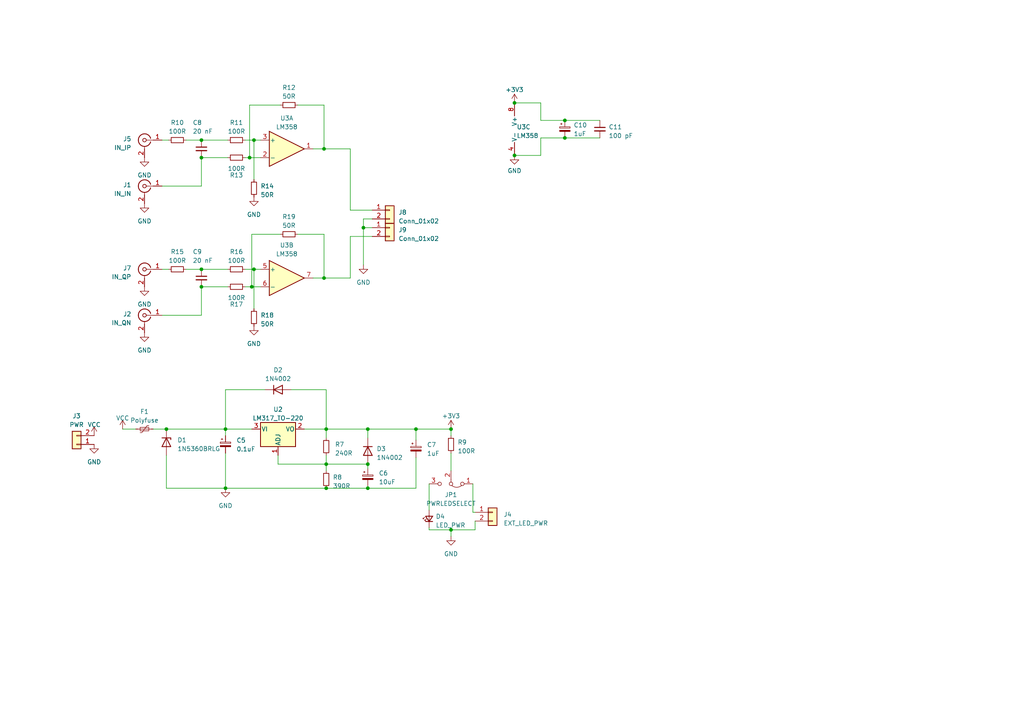
<source format=kicad_sch>
(kicad_sch (version 20230121) (generator eeschema)
  (paper "A4")
  (lib_symbols
    (symbol "Amplifier_Operational:LM358" (pin_names (offset 0.127))
      (property "Reference" "U" (at 0 5.08 0))
      (property "Value" "LM358" (at 0 -5.08 0))
      (symbol "LM358_1_1"
        (polyline (pts (xy -5.08 5.08) (xy 5.08 0) (xy -5.08 -5.08) (xy -5.08 5.08)) (stroke (width 0.254)) (fill (type background)))
        (pin output line (at 7.62 0 180) (length 2.54) (name "~") (number "1"))
        (pin input line (at -7.62 -2.54 0) (length 2.54) (name "-") (number "2"))
        (pin input line (at -7.62 2.54 0) (length 2.54) (name "+") (number "3"))
      )
      (symbol "LM358_2_1"
        (polyline (pts (xy -5.08 5.08) (xy 5.08 0) (xy -5.08 -5.08) (xy -5.08 5.08)) (stroke (width 0.254)) (fill (type background)))
        (pin input line (at -7.62 2.54 0) (length 2.54) (name "+") (number "5"))
        (pin input line (at -7.62 -2.54 0) (length 2.54) (name "-") (number "6"))
        (pin output line (at 7.62 0 180) (length 2.54) (name "~") (number "7"))
      )
      (symbol "LM358_3_1"
        (pin power_in line (at -2.54 -7.62 90) (length 3.81) (name "V-") (number "4"))
        (pin power_in line (at -2.54 7.62 270) (length 3.81) (name "V+") (number "8"))
      )
    )
    (symbol "Connector:Conn_Coaxial" (pin_names (offset 1.016) hide)
      (property "Reference" "J" (at 0.254 3.048 0))
      (property "Value" "Conn_Coaxial" (at 2.921 0 90))
      (symbol "Conn_Coaxial_0_1"
        (arc (start -1.778 -0.508) (mid 0.2311 -1.8066) (end 1.778 0) (stroke (width 0.254)))
        (polyline (pts (xy -2.54 0) (xy -0.508 0)))
        (polyline (pts (xy 0 -2.54) (xy 0 -1.778)))
        (circle (center 0 0) (radius 0.508) (stroke (width 0.2032)))
        (arc (start 1.778 0) (mid 0.2099 1.8101) (end -1.778 0.508) (stroke (width 0.254)))
      )
      (symbol "Conn_Coaxial_1_1"
        (pin passive line (at -5.08 0 0) (length 2.54) (name "In") (number "1"))
        (pin passive line (at 0 -5.08 90) (length 2.54) (name "Ext") (number "2"))
      )
    )
    (symbol "Connector_Generic:Conn_01x02" (pin_names (offset 1.016) hide)
      (property "Reference" "J" (at 0 2.54 0))
      (property "Value" "Conn_01x02" (at 0 -5.08 0))
      (symbol "Conn_01x02_1_1"
        (rectangle (start -1.27 -2.413) (end 0 -2.667) (stroke (width 0.1524)))
        (rectangle (start -1.27 0.127) (end 0 -0.127) (stroke (width 0.1524)))
        (rectangle (start -1.27 1.27) (end 1.27 -3.81) (stroke (width 0.254)) (fill (type background)))
        (pin passive line (at -5.08 0 0) (length 3.81) (name "Pin_1") (number "1"))
        (pin passive line (at -5.08 -2.54 0) (length 3.81) (name "Pin_2") (number "2"))
      )
    )
    (symbol "Device:C_Polarized_Small" (pin_numbers hide) (pin_names (offset 0.254) hide)
      (property "Reference" "C" (at 0.254 1.778 0))
      (property "Value" "C_Polarized_Small" (at 0.254 -2.032 0))
      (symbol "C_Polarized_Small_0_1"
        (rectangle (start -1.524 -0.3048) (end 1.524 -0.6858) (fill (type outline)))
        (rectangle (start -1.524 0.6858) (end 1.524 0.3048))
        (polyline (pts (xy -1.27 1.524) (xy -0.762 1.524)))
        (polyline (pts (xy -1.016 1.27) (xy -1.016 1.778)))
      )
      (symbol "C_Polarized_Small_1_1"
        (pin passive line (at 0 2.54 270) (length 1.8542) (name "~") (number "1"))
        (pin passive line (at 0 -2.54 90) (length 1.8542) (name "~") (number "2"))
      )
    )
    (symbol "Device:C_Small" (pin_numbers hide) (pin_names (offset 0.254) hide)
      (property "Reference" "C" (at 0.254 1.778 0))
      (property "Value" "C_Small" (at 0.254 -2.032 0))
      (symbol "C_Small_0_1"
        (polyline (pts (xy -1.524 -0.508) (xy 1.524 -0.508)) (stroke (width 0.3302)))
        (polyline (pts (xy -1.524 0.508) (xy 1.524 0.508)) (stroke (width 0.3048)))
      )
      (symbol "C_Small_1_1"
        (pin passive line (at 0 2.54 270) (length 2.032) (name "~") (number "1"))
        (pin passive line (at 0 -2.54 90) (length 2.032) (name "~") (number "2"))
      )
    )
    (symbol "Device:D_Zener" (pin_numbers hide) (pin_names (offset 1.016) hide)
      (property "Reference" "D" (at 0 2.54 0))
      (property "Value" "D_Zener" (at 0 -2.54 0))
      (symbol "D_Zener_0_1"
        (polyline (pts (xy 1.27 0) (xy -1.27 0)))
        (polyline (pts (xy -1.27 -1.27) (xy -1.27 1.27) (xy -0.762 1.27)) (stroke (width 0.254)))
        (polyline (pts (xy 1.27 -1.27) (xy 1.27 1.27) (xy -1.27 0) (xy 1.27 -1.27)) (stroke (width 0.254)))
      )
      (symbol "D_Zener_1_1"
        (pin passive line (at -3.81 0 0) (length 2.54) (name "K") (number "1"))
        (pin passive line (at 3.81 0 180) (length 2.54) (name "A") (number "2"))
      )
    )
    (symbol "Device:LED_Small" (pin_numbers hide) (pin_names (offset 0.254) hide)
      (property "Reference" "D" (at -1.27 3.175 0))
      (property "Value" "LED_Small" (at -4.445 -2.54 0))
      (symbol "LED_Small_0_1"
        (polyline (pts (xy -0.762 -1.016) (xy -0.762 1.016)) (stroke (width 0.254)))
        (polyline (pts (xy 1.016 0) (xy -0.762 0)))
        (polyline (pts (xy 0.762 -1.016) (xy -0.762 0) (xy 0.762 1.016) (xy 0.762 -1.016)) (stroke (width 0.254)))
        (polyline (pts (xy 0 0.762) (xy -0.508 1.27) (xy -0.254 1.27) (xy -0.508 1.27) (xy -0.508 1.016)))
        (polyline (pts (xy 0.508 1.27) (xy 0 1.778) (xy 0.254 1.778) (xy 0 1.778) (xy 0 1.524)))
      )
      (symbol "LED_Small_1_1"
        (pin passive line (at -2.54 0 0) (length 1.778) (name "K") (number "1"))
        (pin passive line (at 2.54 0 180) (length 1.778) (name "A") (number "2"))
      )
    )
    (symbol "Device:Polyfuse_Small" (pin_numbers hide) (pin_names (offset 0))
      (property "Reference" "F" (at -1.905 0 90))
      (property "Value" "Polyfuse_Small" (at 1.905 0 90))
      (symbol "Polyfuse_Small_0_1"
        (rectangle (start -0.508 1.27) (end 0.508 -1.27))
        (polyline (pts (xy 0 2.54) (xy 0 -2.54)))
        (polyline (pts (xy -1.016 1.27) (xy -1.016 0.762) (xy 1.016 -0.762) (xy 1.016 -1.27)))
      )
      (symbol "Polyfuse_Small_1_1"
        (pin passive line (at 0 2.54 270) (length 0.635) (name "~") (number "1"))
        (pin passive line (at 0 -2.54 90) (length 0.635) (name "~") (number "2"))
      )
    )
    (symbol "Device:R_Small" (pin_numbers hide) (pin_names (offset 0.254) hide)
      (property "Reference" "R" (at 0.762 0.508 0))
      (property "Value" "R_Small" (at 0.762 -1.016 0))
      (symbol "R_Small_0_1"
        (rectangle (start -0.762 1.778) (end 0.762 -1.778) (stroke (width 0.2032)))
      )
      (symbol "R_Small_1_1"
        (pin passive line (at 0 2.54 270) (length 0.762) (name "~") (number "1"))
        (pin passive line (at 0 -2.54 90) (length 0.762) (name "~") (number "2"))
      )
    )
    (symbol "Diode:1N4002" (pin_numbers hide) (pin_names hide)
      (property "Reference" "D" (at 0 2.54 0))
      (property "Value" "1N4002" (at 0 -2.54 0))
      (symbol "1N4002_0_1"
        (polyline (pts (xy -1.27 1.27) (xy -1.27 -1.27)) (stroke (width 0.254)))
        (polyline (pts (xy 1.27 0) (xy -1.27 0)))
        (polyline (pts (xy 1.27 1.27) (xy 1.27 -1.27) (xy -1.27 0) (xy 1.27 1.27)) (stroke (width 0.254)))
      )
      (symbol "1N4002_1_1"
        (pin passive line (at -3.81 0 0) (length 2.54) (name "K") (number "1"))
        (pin passive line (at 3.81 0 180) (length 2.54) (name "A") (number "2"))
      )
    )
    (symbol "Jumper:Jumper_3_Bridged12" (pin_names (offset 0) hide)
      (property "Reference" "JP" (at -2.54 -2.54 0))
      (property "Value" "Jumper_3_Bridged12" (at 0 2.794 0))
      (symbol "Jumper_3_Bridged12_0_0"
        (circle (center -3.302 0) (radius 0.508))
        (circle (center 0 0) (radius 0.508))
        (circle (center 3.302 0) (radius 0.508))
      )
      (symbol "Jumper_3_Bridged12_0_1"
        (arc (start -0.254 0.508) (mid -1.651 0.9912) (end -3.048 0.508))
        (polyline (pts (xy 0 -1.27) (xy 0 -0.508)))
      )
      (symbol "Jumper_3_Bridged12_1_1"
        (pin passive line (at -6.35 0 0) (length 2.54) (name "A") (number "1"))
        (pin passive line (at 0 -3.81 90) (length 2.54) (name "C") (number "2"))
        (pin passive line (at 6.35 0 180) (length 2.54) (name "B") (number "3"))
      )
    )
    (symbol "Regulator_Linear:LM317_TO-220" (pin_names (offset 0.254))
      (property "Reference" "U" (at -3.81 3.175 0))
      (property "Value" "LM317_TO-220" (at 0 3.175 0))
      (symbol "LM317_TO-220_0_1"
        (rectangle (start -5.08 1.905) (end 5.08 -5.08) (stroke (width 0.254)) (fill (type background)))
      )
      (symbol "LM317_TO-220_1_1"
        (pin input line (at 0 -7.62 90) (length 2.54) (name "ADJ") (number "1"))
        (pin power_out line (at 7.62 0 180) (length 2.54) (name "VO") (number "2"))
        (pin power_in line (at -7.62 0 0) (length 2.54) (name "VI") (number "3"))
      )
    )
    (symbol "power:+3V3" (power) (pin_names (offset 0))
      (property "Value" "+3V3" (at 0 3.556 0))
      (symbol "+3V3_0_1"
        (polyline (pts (xy -0.762 1.27) (xy 0 2.54)))
        (polyline (pts (xy 0 0) (xy 0 2.54)))
        (polyline (pts (xy 0 2.54) (xy 0.762 1.27)))
      )
      (symbol "+3V3_1_1"
        (pin power_in line (at 0 0 90) (length 0) hide (name "+3V3") (number "1"))
      )
    )
    (symbol "power:GND" (power) (pin_names (offset 0))
      (property "Value" "GND" (at 0 -3.81 0))
      (symbol "GND_0_1"
        (polyline (pts (xy 0 0) (xy 0 -1.27) (xy 1.27 -1.27) (xy 0 -2.54) (xy -1.27 -1.27) (xy 0 -1.27)))
      )
      (symbol "GND_1_1"
        (pin power_in line (at 0 0 270) (length 0) hide (name "GND") (number "1"))
      )
    )
    (symbol "power:VCC" (power) (pin_names (offset 0))
      (property "Value" "VCC" (at 0 3.81 0))
      (symbol "VCC_0_1"
        (polyline (pts (xy -0.762 1.27) (xy 0 2.54)))
        (polyline (pts (xy 0 0) (xy 0 2.54)))
        (polyline (pts (xy 0 2.54) (xy 0.762 1.27)))
      )
      (symbol "VCC_1_1"
        (pin power_in line (at 0 0 90) (length 0) hide (name "VCC") (number "1"))
      )
    )
  )
  (junction (at 105.41 66.04))
  (junction (at 149.225 29.845))
  (junction (at 58.42 78.105))
  (junction (at 130.81 124.46))
  (junction (at 94.615 134.62))
  (junction (at 93.98 80.645))
  (junction (at 73.66 40.64))
  (junction (at 106.68 134.62))
  (junction (at 120.65 124.46))
  (junction (at 94.615 124.46))
  (junction (at 58.42 83.185))
  (junction (at 94.615 141.605))
  (junction (at 106.68 141.605))
  (junction (at 48.26 124.46))
  (junction (at 149.225 45.085))
  (junction (at 58.42 45.72))
  (junction (at 65.405 141.605))
  (junction (at 65.405 124.46))
  (junction (at 106.68 124.46))
  (junction (at 73.025 83.185))
  (junction (at 163.83 40.005))
  (junction (at 58.42 40.64))
  (junction (at 93.98 43.18))
  (junction (at 130.81 153.67))
  (junction (at 72.39 45.72))
  (junction (at 163.83 34.925))
  (junction (at 73.66 78.105))
  (wire (pts (xy 173.99 40.005) (xy 163.83 40.005)))
  (wire (pts (xy 156.845 34.925) (xy 156.845 29.845)))
  (wire (pts (xy 163.83 34.925) (xy 156.845 34.925)))
  (wire (pts (xy 94.615 134.62) (xy 106.68 134.62)))
  (wire (pts (xy 48.26 124.46) (xy 65.405 124.46)))
  (wire (pts (xy 137.795 151.13) (xy 137.795 153.67)))
  (wire (pts (xy 46.99 78.105) (xy 48.895 78.105)))
  (wire (pts (xy 156.845 45.085) (xy 156.845 40.005)))
  (wire (pts (xy 71.12 83.185) (xy 73.025 83.185)))
  (wire (pts (xy 86.36 30.48) (xy 93.98 30.48)))
  (wire (pts (xy 163.83 40.005) (xy 156.845 40.005)))
  (wire (pts (xy 106.68 124.46) (xy 106.68 127)))
  (wire (pts (xy 58.42 83.185) (xy 66.04 83.185)))
  (wire (pts (xy 94.615 134.62) (xy 94.615 136.525)))
  (wire (pts (xy 124.46 140.335) (xy 124.46 147.955)))
  (wire (pts (xy 120.65 132.715) (xy 120.65 141.605)))
  (wire (pts (xy 93.98 30.48) (xy 93.98 43.18)))
  (wire (pts (xy 72.39 30.48) (xy 81.28 30.48)))
  (wire (pts (xy 88.265 124.46) (xy 94.615 124.46)))
  (wire (pts (xy 101.6 68.58) (xy 101.6 80.645)))
  (wire (pts (xy 130.81 153.67) (xy 124.46 153.67)))
  (wire (pts (xy 58.42 53.975) (xy 58.42 45.72)))
  (wire (pts (xy 71.12 78.105) (xy 73.66 78.105)))
  (wire (pts (xy 105.41 63.5) (xy 105.41 66.04)))
  (wire (pts (xy 94.615 113.03) (xy 84.455 113.03)))
  (wire (pts (xy 130.81 153.67) (xy 130.81 155.575)))
  (wire (pts (xy 90.805 80.645) (xy 93.98 80.645)))
  (wire (pts (xy 46.99 91.44) (xy 58.42 91.44)))
  (wire (pts (xy 48.26 141.605) (xy 48.26 132.08)))
  (wire (pts (xy 105.41 66.04) (xy 105.41 76.835)))
  (wire (pts (xy 94.615 124.46) (xy 94.615 113.03)))
  (wire (pts (xy 73.66 78.105) (xy 75.565 78.105)))
  (wire (pts (xy 93.98 67.945) (xy 93.98 80.645)))
  (wire (pts (xy 106.68 140.97) (xy 106.68 141.605)))
  (wire (pts (xy 65.405 141.605) (xy 48.26 141.605)))
  (wire (pts (xy 130.81 124.46) (xy 130.81 126.365)))
  (wire (pts (xy 106.68 134.62) (xy 106.68 135.89)))
  (wire (pts (xy 73.66 78.105) (xy 73.66 89.535)))
  (wire (pts (xy 71.12 40.64) (xy 73.66 40.64)))
  (wire (pts (xy 106.68 141.605) (xy 94.615 141.605)))
  (wire (pts (xy 71.12 45.72) (xy 72.39 45.72)))
  (wire (pts (xy 149.225 45.085) (xy 156.845 45.085)))
  (wire (pts (xy 106.68 124.46) (xy 120.65 124.46)))
  (wire (pts (xy 46.99 53.975) (xy 58.42 53.975)))
  (wire (pts (xy 44.45 124.46) (xy 48.26 124.46)))
  (wire (pts (xy 65.405 113.03) (xy 65.405 124.46)))
  (wire (pts (xy 58.42 91.44) (xy 58.42 83.185)))
  (wire (pts (xy 90.805 43.18) (xy 93.98 43.18)))
  (wire (pts (xy 137.795 153.67) (xy 130.81 153.67)))
  (wire (pts (xy 58.42 45.72) (xy 66.04 45.72)))
  (wire (pts (xy 76.835 113.03) (xy 65.405 113.03)))
  (wire (pts (xy 65.405 126.365) (xy 65.405 124.46)))
  (wire (pts (xy 105.41 66.04) (xy 107.95 66.04)))
  (wire (pts (xy 73.025 67.945) (xy 73.025 83.185)))
  (wire (pts (xy 137.16 140.335) (xy 137.16 148.59)))
  (wire (pts (xy 65.405 141.605) (xy 65.405 131.445)))
  (wire (pts (xy 80.645 134.62) (xy 94.615 134.62)))
  (wire (pts (xy 94.615 124.46) (xy 94.615 127)))
  (wire (pts (xy 86.36 67.945) (xy 93.98 67.945)))
  (wire (pts (xy 93.98 43.18) (xy 101.6 43.18)))
  (wire (pts (xy 58.42 78.105) (xy 66.04 78.105)))
  (wire (pts (xy 137.795 148.59) (xy 137.16 148.59)))
  (wire (pts (xy 72.39 45.72) (xy 75.565 45.72)))
  (wire (pts (xy 156.845 29.845) (xy 149.225 29.845)))
  (wire (pts (xy 53.975 40.64) (xy 58.42 40.64)))
  (wire (pts (xy 120.65 124.46) (xy 130.81 124.46)))
  (wire (pts (xy 107.95 68.58) (xy 101.6 68.58)))
  (wire (pts (xy 73.66 40.64) (xy 73.66 52.07)))
  (wire (pts (xy 106.68 141.605) (xy 120.65 141.605)))
  (wire (pts (xy 120.65 124.46) (xy 120.65 127.635)))
  (wire (pts (xy 65.405 124.46) (xy 73.025 124.46)))
  (wire (pts (xy 53.975 78.105) (xy 58.42 78.105)))
  (wire (pts (xy 93.98 80.645) (xy 101.6 80.645)))
  (wire (pts (xy 73.025 67.945) (xy 81.28 67.945)))
  (wire (pts (xy 107.95 63.5) (xy 105.41 63.5)))
  (wire (pts (xy 101.6 43.18) (xy 101.6 60.96)))
  (wire (pts (xy 94.615 124.46) (xy 106.68 124.46)))
  (wire (pts (xy 73.66 40.64) (xy 75.565 40.64)))
  (wire (pts (xy 101.6 60.96) (xy 107.95 60.96)))
  (wire (pts (xy 46.99 40.64) (xy 48.895 40.64)))
  (wire (pts (xy 73.025 83.185) (xy 75.565 83.185)))
  (wire (pts (xy 94.615 141.605) (xy 65.405 141.605)))
  (wire (pts (xy 80.645 132.08) (xy 80.645 134.62)))
  (wire (pts (xy 72.39 30.48) (xy 72.39 45.72)))
  (wire (pts (xy 124.46 153.67) (xy 124.46 153.035)))
  (wire (pts (xy 173.99 34.925) (xy 163.83 34.925)))
  (wire (pts (xy 130.81 131.445) (xy 130.81 136.525)))
  (wire (pts (xy 35.56 124.46) (xy 39.37 124.46)))
  (wire (pts (xy 58.42 40.64) (xy 66.04 40.64)))
  (wire (pts (xy 94.615 132.08) (xy 94.615 134.62)))
  (symbol (lib_id "Regulator_Linear:LM317_TO-220") (at 80.645 124.46 0) (unit 1)
    (property "Reference" "U2" (at 80.645 118.745 0))
    (property "Value" "LM317_TO-220" (at 80.645 121.285 0))
    (property "Footprint" "Package_TO_SOT_THT:TO-220-3_Vertical" (effects hide))
    (property "Datasheet" "http://www.ti.com/lit/ds/symlink/lm317.pdf" (effects hide))
  )
  (symbol (lib_id "power:GND") (at 41.91 83.185 0) (unit 1)
    (property "Reference" "#PWR04" (effects hide))
    (property "Value" "GND" (at 41.91 88.265 0))
  )
  (symbol (lib_id "power:+3V3") (at 130.81 124.46 0) (unit 1)
    (property "Reference" "#PWR010" (effects hide))
    (property "Value" "+3V3" (at 130.81 120.65 0))
  )
  (symbol (lib_id "Device:C_Small") (at 173.99 37.465 0) (unit 1)
    (property "Reference" "C11" (at 176.53 36.8363 0) (effects (justify left)))
    (property "Value" "100 pF" (at 176.53 39.3763 0) (effects (justify left)))
    (property "Footprint" "Capacitor_SMD:C_0805_2012Metric" (effects hide))
  )
  (symbol (lib_id "Connector:Conn_Coaxial") (at 41.91 91.44 0) (mirror y) (unit 1)
    (property "Reference" "J2" (at 38.1 91.0982 0) (effects (justify left)))
    (property "Value" "IN_QN" (at 38.1 93.6382 0) (effects (justify left)))
    (property "Footprint" "Connector_Coaxial:SMA_Amphenol_901-143_Horizontal" (effects hide))
    (property "Datasheet" " ~" (effects hide))
  )
  (symbol (lib_id "Device:R_Small") (at 83.82 67.945 90) (unit 1)
    (property "Reference" "R19" (at 83.82 62.865 90))
    (property "Value" "50R" (at 83.82 65.405 90))
    (property "Footprint" "Resistor_SMD:R_0805_2012Metric" (effects hide))
  )
  (symbol (lib_id "power:GND") (at 73.66 57.15 0) (unit 1)
    (property "Reference" "#PWR012" (effects hide))
    (property "Value" "GND" (at 73.66 62.23 0))
  )
  (symbol (lib_id "power:GND") (at 73.66 94.615 0) (unit 1)
    (property "Reference" "#PWR013" (effects hide))
    (property "Value" "GND" (at 73.66 99.695 0))
  )
  (symbol (lib_id "Device:R_Small") (at 51.435 40.64 90) (unit 1)
    (property "Reference" "R10" (at 51.435 35.56 90))
    (property "Value" "100R" (at 51.435 38.1 90))
    (property "Footprint" "Resistor_SMD:R_0805_2012Metric" (effects hide))
  )
  (symbol (lib_id "Device:R_Small") (at 68.58 83.185 270) (unit 1)
    (property "Reference" "R17" (at 68.58 88.265 90))
    (property "Value" "100R" (at 68.58 86.36 90))
    (property "Footprint" "Resistor_SMD:R_0805_2012Metric" (effects hide))
  )
  (symbol (lib_id "Jumper:Jumper_3_Bridged12") (at 130.81 140.335 180) (unit 1)
    (property "Reference" "JP1" (at 130.81 143.51 0))
    (property "Value" "PWRLEDSELECT" (at 130.81 146.05 0))
    (property "Footprint" "Connector_PinHeader_2.54mm:PinHeader_1x03_P2.54mm_Vertical" (effects hide))
  )
  (symbol (lib_id "Connector_Generic:Conn_01x02") (at 113.03 60.96 0) (unit 1)
    (property "Reference" "J8" (at 115.57 61.595 0) (effects (justify left)))
    (property "Value" "Conn_01x02" (at 115.57 64.135 0) (effects (justify left)))
    (property "Footprint" "Connector_PinHeader_2.54mm:PinHeader_1x02_P2.54mm_Vertical" (effects hide))
  )
  (symbol (lib_id "power:VCC") (at 27.305 126.365 0) (unit 1)
    (property "Reference" "#PWR06" (effects hide))
    (property "Value" "VCC" (at 27.305 123.19 0))
  )
  (symbol (lib_id "Connector_Generic:Conn_01x02") (at 142.875 148.59 0) (unit 1)
    (property "Reference" "J4" (at 146.05 149.225 0) (effects (justify left)))
    (property "Value" "EXT_LED_PWR" (at 146.05 151.765 0) (effects (justify left)))
    (property "Footprint" "Connector_PinHeader_2.54mm:PinHeader_1x02_P2.54mm_Vertical" (effects hide))
  )
  (symbol (lib_id "Diode:1N4002") (at 80.645 113.03 0) (unit 1)
    (property "Reference" "D2" (at 80.645 107.315 0))
    (property "Value" "1N4002" (at 80.645 109.855 0))
    (property "Footprint" "Diode_THT:D_DO-41_SOD81_P10.16mm_Horizontal" (effects hide))
    (property "Datasheet" "http://www.vishay.com/docs/88503/1n4001.pdf" (effects hide))
    (property "Sim.Device" "D" (effects hide))
    (property "Sim.Pins" "1=K 2=A" (effects hide))
  )
  (symbol (lib_id "power:+3V3") (at 149.225 29.845 0) (unit 1)
    (property "Reference" "#PWR015" (effects hide))
    (property "Value" "+3V3" (at 149.225 26.035 0))
  )
  (symbol (lib_id "power:GND") (at 41.91 59.055 0) (unit 1)
    (property "Reference" "#PWR03" (effects hide))
    (property "Value" "GND" (at 41.91 64.135 0))
  )
  (symbol (lib_id "Connector:Conn_Coaxial") (at 41.91 78.105 0) (mirror y) (unit 1)
    (property "Reference" "J7" (at 38.1 77.7632 0) (effects (justify left)))
    (property "Value" "IN_QP" (at 38.1 80.3032 0) (effects (justify left)))
    (property "Footprint" "Connector_Coaxial:SMA_Amphenol_901-143_Horizontal" (effects hide))
    (property "Datasheet" " ~" (effects hide))
  )
  (symbol (lib_id "Connector_Generic:Conn_01x02") (at 22.225 128.905 180) (unit 1)
    (property "Reference" "J3" (at 22.225 120.65 0))
    (property "Value" "PWR" (at 22.225 123.19 0))
    (property "Footprint" "Connector_PinHeader_2.54mm:PinHeader_1x02_P2.54mm_Vertical" (effects hide))
  )
  (symbol (lib_id "Device:R_Small") (at 68.58 40.64 90) (unit 1)
    (property "Reference" "R11" (at 68.58 35.56 90))
    (property "Value" "100R" (at 68.58 38.1 90))
    (property "Footprint" "Resistor_SMD:R_0805_2012Metric" (effects hide))
  )
  (symbol (lib_id "Device:R_Small") (at 68.58 78.105 90) (unit 1)
    (property "Reference" "R16" (at 68.58 73.025 90))
    (property "Value" "100R" (at 68.58 75.565 90))
    (property "Footprint" "Resistor_SMD:R_0805_2012Metric" (effects hide))
  )
  (symbol (lib_id "Device:C_Polarized_Small") (at 120.65 130.175 0) (unit 1)
    (property "Reference" "C7" (at 123.825 128.9939 0) (effects (justify left)))
    (property "Value" "1uF" (at 123.825 131.5339 0) (effects (justify left)))
    (property "Footprint" "Capacitor_SMD:C_0805_2012Metric" (effects hide))
  )
  (symbol (lib_id "Device:LED_Small") (at 124.46 150.495 90) (unit 1)
    (property "Reference" "D4" (at 126.365 149.7965 90) (effects (justify right)))
    (property "Value" "LED_PWR" (at 126.365 152.3365 90) (effects (justify right)))
    (property "Footprint" "LED_SMD:LED_0805_2012Metric" (effects hide))
  )
  (symbol (lib_id "Device:R_Small") (at 68.58 45.72 270) (unit 1)
    (property "Reference" "R13" (at 68.58 50.8 90))
    (property "Value" "100R" (at 68.58 48.895 90))
    (property "Footprint" "Resistor_SMD:R_0805_2012Metric" (effects hide))
  )
  (symbol (lib_id "power:GND") (at 130.81 155.575 0) (unit 1)
    (property "Reference" "#PWR011" (effects hide))
    (property "Value" "GND" (at 130.81 160.655 0))
  )
  (symbol (lib_id "Device:C_Polarized_Small") (at 65.405 128.905 0) (unit 1)
    (property "Reference" "C5" (at 68.58 127.7239 0) (effects (justify left)))
    (property "Value" "0.1uF" (at 68.58 130.2639 0) (effects (justify left)))
    (property "Footprint" "Capacitor_SMD:C_0805_2012Metric" (effects hide))
  )
  (symbol (lib_id "power:GND") (at 41.91 96.52 0) (unit 1)
    (property "Reference" "#PWR05" (effects hide))
    (property "Value" "GND" (at 41.91 101.6 0))
  )
  (symbol (lib_id "Device:R_Small") (at 73.66 92.075 180) (unit 1)
    (property "Reference" "R18" (at 75.565 91.44 0) (effects (justify right)))
    (property "Value" "50R" (at 75.565 93.98 0) (effects (justify right)))
    (property "Footprint" "Resistor_SMD:R_0805_2012Metric" (effects hide))
  )
  (symbol (lib_id "power:GND") (at 65.405 141.605 0) (unit 1)
    (property "Reference" "#PWR09" (effects hide))
    (property "Value" "GND" (at 65.405 146.685 0))
  )
  (symbol (lib_id "Device:R_Small") (at 73.66 54.61 180) (unit 1)
    (property "Reference" "R14" (at 75.565 53.975 0) (effects (justify right)))
    (property "Value" "50R" (at 75.565 56.515 0) (effects (justify right)))
    (property "Footprint" "Resistor_SMD:R_0805_2012Metric" (effects hide))
  )
  (symbol (lib_id "Device:D_Zener") (at 48.26 128.27 270) (unit 1)
    (property "Reference" "D1" (at 51.435 127.635 90) (effects (justify left)))
    (property "Value" "1N5360BRLG" (at 51.435 130.175 90) (effects (justify left)))
    (property "Footprint" "Diode_THT:D_DO-41_SOD81_P12.70mm_Horizontal" (effects hide))
  )
  (symbol (lib_id "Connector_Generic:Conn_01x02") (at 113.03 66.04 0) (unit 1)
    (property "Reference" "J9" (at 115.57 66.675 0) (effects (justify left)))
    (property "Value" "Conn_01x02" (at 115.57 69.215 0) (effects (justify left)))
    (property "Footprint" "Connector_PinHeader_2.54mm:PinHeader_1x02_P2.54mm_Vertical" (effects hide))
  )
  (symbol (lib_id "Amplifier_Operational:LM358") (at 83.185 43.18 0) (unit 1)
    (property "Reference" "U3" (at 83.185 34.29 0))
    (property "Value" "LM358" (at 83.185 36.83 0))
    (property "Footprint" "Package_SO:SOIC-8_3.9x4.9mm_P1.27mm" (effects hide))
    (property "Datasheet" "http://www.ti.com/lit/ds/symlink/lm2904-n.pdf" (effects hide))
  )
  (symbol (lib_id "Device:R_Small") (at 94.615 139.065 0) (unit 1)
    (property "Reference" "R8" (at 96.52 138.43 0) (effects (justify left)))
    (property "Value" "390R" (at 96.52 140.97 0) (effects (justify left)))
    (property "Footprint" "Resistor_SMD:R_0805_2012Metric" (effects hide))
  )
  (symbol (lib_id "Device:R_Small") (at 83.82 30.48 90) (unit 1)
    (property "Reference" "R12" (at 83.82 25.4 90))
    (property "Value" "50R" (at 83.82 27.94 90))
    (property "Footprint" "Resistor_SMD:R_0805_2012Metric" (effects hide))
  )
  (symbol (lib_id "Connector:Conn_Coaxial") (at 41.91 53.975 0) (mirror y) (unit 1)
    (property "Reference" "J1" (at 38.1 53.6332 0) (effects (justify left)))
    (property "Value" "IN_IN" (at 38.1 56.1732 0) (effects (justify left)))
    (property "Footprint" "Connector_Coaxial:SMA_Amphenol_901-143_Horizontal" (effects hide))
    (property "Datasheet" " ~" (effects hide))
  )
  (symbol (lib_id "Device:C_Small") (at 58.42 43.18 0) (unit 1)
    (property "Reference" "C8" (at 55.88 35.56 0) (effects (justify left)))
    (property "Value" "20 nF" (at 55.88 38.1 0) (effects (justify left)))
    (property "Footprint" "Capacitor_SMD:C_0805_2012Metric" (effects hide))
  )
  (symbol (lib_id "Device:C_Small") (at 58.42 80.645 0) (unit 1)
    (property "Reference" "C9" (at 55.88 73.025 0) (effects (justify left)))
    (property "Value" "20 nF" (at 55.88 75.565 0) (effects (justify left)))
    (property "Footprint" "Capacitor_SMD:C_0805_2012Metric" (effects hide))
  )
  (symbol (lib_id "Amplifier_Operational:LM358") (at 151.765 37.465 0) (unit 3)
    (property "Reference" "U3" (at 149.86 36.83 0) (effects (justify left)))
    (property "Value" "LM358" (at 149.86 39.37 0) (effects (justify left)))
    (property "Footprint" "Package_SO:SOIC-8_3.9x4.9mm_P1.27mm" (effects hide))
    (property "Datasheet" "http://www.ti.com/lit/ds/symlink/lm2904-n.pdf" (effects hide))
  )
  (symbol (lib_id "Device:Polyfuse_Small") (at 41.91 124.46 90) (unit 1)
    (property "Reference" "F1" (at 41.91 119.38 90))
    (property "Value" "Polyfuse" (at 41.91 121.92 90))
    (property "Footprint" "Capacitor_THT:C_Disc_D5.1mm_W3.2mm_P5.00mm" (effects hide))
  )
  (symbol (lib_id "power:GND") (at 41.91 45.72 0) (unit 1)
    (property "Reference" "#PWR02" (effects hide))
    (property "Value" "GND" (at 41.91 50.8 0))
  )
  (symbol (lib_id "Diode:1N4002") (at 106.68 130.81 270) (unit 1)
    (property "Reference" "D3" (at 109.22 130.175 90) (effects (justify left)))
    (property "Value" "1N4002" (at 109.22 132.715 90) (effects (justify left)))
    (property "Footprint" "Diode_THT:D_DO-41_SOD81_P10.16mm_Horizontal" (effects hide))
    (property "Datasheet" "http://www.vishay.com/docs/88503/1n4001.pdf" (effects hide))
    (property "Sim.Device" "D" (effects hide))
    (property "Sim.Pins" "1=K 2=A" (effects hide))
  )
  (symbol (lib_id "power:GND") (at 105.41 76.835 0) (unit 1)
    (property "Reference" "#PWR01" (effects hide))
    (property "Value" "GND" (at 105.41 81.915 0))
  )
  (symbol (lib_id "Connector:Conn_Coaxial") (at 41.91 40.64 0) (mirror y) (unit 1)
    (property "Reference" "J5" (at 38.1 40.2982 0) (effects (justify left)))
    (property "Value" "IN_IP" (at 38.1 42.8382 0) (effects (justify left)))
    (property "Footprint" "Connector_Coaxial:SMA_Amphenol_901-143_Horizontal" (effects hide))
    (property "Datasheet" " ~" (effects hide))
  )
  (symbol (lib_id "Amplifier_Operational:LM358") (at 83.185 80.645 0) (unit 2)
    (property "Reference" "U3" (at 83.185 71.12 0))
    (property "Value" "LM358" (at 83.185 73.66 0))
    (property "Footprint" "Package_SO:SOIC-8_3.9x4.9mm_P1.27mm" (effects hide))
    (property "Datasheet" "http://www.ti.com/lit/ds/symlink/lm2904-n.pdf" (effects hide))
  )
  (symbol (lib_id "power:GND") (at 27.305 128.905 0) (unit 1)
    (property "Reference" "#PWR07" (effects hide))
    (property "Value" "GND" (at 27.305 133.985 0))
  )
  (symbol (lib_id "power:GND") (at 149.225 45.085 0) (unit 1)
    (property "Reference" "#PWR014" (effects hide))
    (property "Value" "GND" (at 149.225 49.53 0))
  )
  (symbol (lib_id "Device:C_Polarized_Small") (at 163.83 37.465 0) (unit 1)
    (property "Reference" "C10" (at 166.37 36.2839 0) (effects (justify left)))
    (property "Value" "1uF" (at 166.37 38.8239 0) (effects (justify left)))
    (property "Footprint" "Capacitor_SMD:C_0805_2012Metric" (effects hide))
  )
  (symbol (lib_id "Device:C_Polarized_Small") (at 106.68 138.43 0) (unit 1)
    (property "Reference" "C6" (at 109.855 137.2489 0) (effects (justify left)))
    (property "Value" "10uF" (at 109.855 139.7889 0) (effects (justify left)))
    (property "Footprint" "Capacitor_Tantalum_SMD:CP_EIA-7343-20_Kemet-V" (effects hide))
  )
  (symbol (lib_id "Device:R_Small") (at 94.615 129.54 0) (unit 1)
    (property "Reference" "R7" (at 97.155 128.905 0) (effects (justify left)))
    (property "Value" "240R" (at 97.155 131.445 0) (effects (justify left)))
    (property "Footprint" "Resistor_SMD:R_0805_2012Metric" (effects hide))
  )
  (symbol (lib_id "Device:R_Small") (at 51.435 78.105 90) (unit 1)
    (property "Reference" "R15" (at 51.435 73.025 90))
    (property "Value" "100R" (at 51.435 75.565 90))
    (property "Footprint" "Resistor_SMD:R_0805_2012Metric" (effects hide))
  )
  (symbol (lib_id "Device:R_Small") (at 130.81 128.905 0) (unit 1)
    (property "Reference" "R9" (at 132.715 128.27 0) (effects (justify left)))
    (property "Value" "100R" (at 132.715 130.81 0) (effects (justify left)))
    (property "Footprint" "Resistor_SMD:R_0805_2012Metric" (effects hide))
  )
  (symbol (lib_id "power:VCC") (at 35.56 124.46 0) (unit 1)
    (property "Reference" "#PWR08" (effects hide))
    (property "Value" "VCC" (at 35.56 121.285 0))
  )
)
</source>
